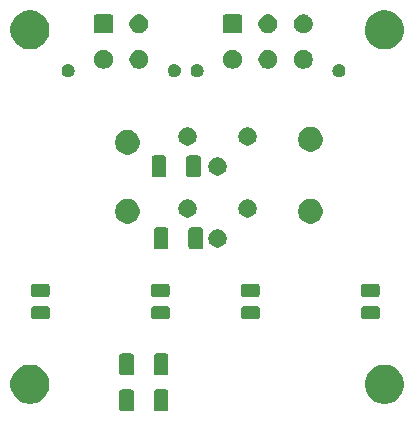
<source format=gbr>
G04 #@! TF.GenerationSoftware,KiCad,Pcbnew,(5.1.6)-1*
G04 #@! TF.CreationDate,2021-06-24T15:17:58+10:00*
G04 #@! TF.ProjectId,BSPD,42535044-2e6b-4696-9361-645f70636258,rev?*
G04 #@! TF.SameCoordinates,Original*
G04 #@! TF.FileFunction,Soldermask,Bot*
G04 #@! TF.FilePolarity,Negative*
%FSLAX46Y46*%
G04 Gerber Fmt 4.6, Leading zero omitted, Abs format (unit mm)*
G04 Created by KiCad (PCBNEW (5.1.6)-1) date 2021-06-24 15:17:58*
%MOMM*%
%LPD*%
G01*
G04 APERTURE LIST*
%ADD10C,0.100000*%
G04 APERTURE END LIST*
D10*
G36*
X90939307Y-107282498D02*
G01*
X90977318Y-107294029D01*
X91012342Y-107312749D01*
X91043049Y-107337951D01*
X91068251Y-107368658D01*
X91086971Y-107403682D01*
X91098502Y-107441693D01*
X91103000Y-107487363D01*
X91103000Y-108920637D01*
X91098502Y-108966307D01*
X91086971Y-109004318D01*
X91068251Y-109039342D01*
X91043049Y-109070049D01*
X91012342Y-109095251D01*
X90977318Y-109113971D01*
X90939307Y-109125502D01*
X90893637Y-109130000D01*
X90085363Y-109130000D01*
X90039693Y-109125502D01*
X90001682Y-109113971D01*
X89966658Y-109095251D01*
X89935951Y-109070049D01*
X89910749Y-109039342D01*
X89892029Y-109004318D01*
X89880498Y-108966307D01*
X89876000Y-108920637D01*
X89876000Y-107487363D01*
X89880498Y-107441693D01*
X89892029Y-107403682D01*
X89910749Y-107368658D01*
X89935951Y-107337951D01*
X89966658Y-107312749D01*
X90001682Y-107294029D01*
X90039693Y-107282498D01*
X90085363Y-107278000D01*
X90893637Y-107278000D01*
X90939307Y-107282498D01*
G37*
G36*
X88014307Y-107282498D02*
G01*
X88052318Y-107294029D01*
X88087342Y-107312749D01*
X88118049Y-107337951D01*
X88143251Y-107368658D01*
X88161971Y-107403682D01*
X88173502Y-107441693D01*
X88178000Y-107487363D01*
X88178000Y-108920637D01*
X88173502Y-108966307D01*
X88161971Y-109004318D01*
X88143251Y-109039342D01*
X88118049Y-109070049D01*
X88087342Y-109095251D01*
X88052318Y-109113971D01*
X88014307Y-109125502D01*
X87968637Y-109130000D01*
X87160363Y-109130000D01*
X87114693Y-109125502D01*
X87076682Y-109113971D01*
X87041658Y-109095251D01*
X87010951Y-109070049D01*
X86985749Y-109039342D01*
X86967029Y-109004318D01*
X86955498Y-108966307D01*
X86951000Y-108920637D01*
X86951000Y-107487363D01*
X86955498Y-107441693D01*
X86967029Y-107403682D01*
X86985749Y-107368658D01*
X87010951Y-107337951D01*
X87041658Y-107312749D01*
X87076682Y-107294029D01*
X87114693Y-107282498D01*
X87160363Y-107278000D01*
X87968637Y-107278000D01*
X88014307Y-107282498D01*
G37*
G36*
X79750256Y-105226298D02*
G01*
X79856579Y-105247447D01*
X80157042Y-105371903D01*
X80427451Y-105552585D01*
X80657415Y-105782549D01*
X80838097Y-106052958D01*
X80838098Y-106052960D01*
X80850127Y-106082000D01*
X80962553Y-106353421D01*
X81026000Y-106672391D01*
X81026000Y-106997609D01*
X80962553Y-107316579D01*
X80838097Y-107617042D01*
X80657415Y-107887451D01*
X80427451Y-108117415D01*
X80157042Y-108298097D01*
X79856579Y-108422553D01*
X79750256Y-108443702D01*
X79537611Y-108486000D01*
X79212389Y-108486000D01*
X78999744Y-108443702D01*
X78893421Y-108422553D01*
X78592958Y-108298097D01*
X78322549Y-108117415D01*
X78092585Y-107887451D01*
X77911903Y-107617042D01*
X77787447Y-107316579D01*
X77724000Y-106997609D01*
X77724000Y-106672391D01*
X77787447Y-106353421D01*
X77899873Y-106082000D01*
X77911902Y-106052960D01*
X77911903Y-106052958D01*
X78092585Y-105782549D01*
X78322549Y-105552585D01*
X78592958Y-105371903D01*
X78893421Y-105247447D01*
X78999744Y-105226298D01*
X79212389Y-105184000D01*
X79537611Y-105184000D01*
X79750256Y-105226298D01*
G37*
G36*
X109750256Y-105226298D02*
G01*
X109856579Y-105247447D01*
X110157042Y-105371903D01*
X110427451Y-105552585D01*
X110657415Y-105782549D01*
X110838097Y-106052958D01*
X110838098Y-106052960D01*
X110850127Y-106082000D01*
X110962553Y-106353421D01*
X111026000Y-106672391D01*
X111026000Y-106997609D01*
X110962553Y-107316579D01*
X110838097Y-107617042D01*
X110657415Y-107887451D01*
X110427451Y-108117415D01*
X110157042Y-108298097D01*
X109856579Y-108422553D01*
X109750256Y-108443702D01*
X109537611Y-108486000D01*
X109212389Y-108486000D01*
X108999744Y-108443702D01*
X108893421Y-108422553D01*
X108592958Y-108298097D01*
X108322549Y-108117415D01*
X108092585Y-107887451D01*
X107911903Y-107617042D01*
X107787447Y-107316579D01*
X107724000Y-106997609D01*
X107724000Y-106672391D01*
X107787447Y-106353421D01*
X107899873Y-106082000D01*
X107911902Y-106052960D01*
X107911903Y-106052958D01*
X108092585Y-105782549D01*
X108322549Y-105552585D01*
X108592958Y-105371903D01*
X108893421Y-105247447D01*
X108999744Y-105226298D01*
X109212389Y-105184000D01*
X109537611Y-105184000D01*
X109750256Y-105226298D01*
G37*
G36*
X88014307Y-104234498D02*
G01*
X88052318Y-104246029D01*
X88087342Y-104264749D01*
X88118049Y-104289951D01*
X88143251Y-104320658D01*
X88161971Y-104355682D01*
X88173502Y-104393693D01*
X88178000Y-104439363D01*
X88178000Y-105872637D01*
X88173502Y-105918307D01*
X88161971Y-105956318D01*
X88143251Y-105991342D01*
X88118049Y-106022049D01*
X88087342Y-106047251D01*
X88052318Y-106065971D01*
X88014307Y-106077502D01*
X87968637Y-106082000D01*
X87160363Y-106082000D01*
X87114693Y-106077502D01*
X87076682Y-106065971D01*
X87041658Y-106047251D01*
X87010951Y-106022049D01*
X86985749Y-105991342D01*
X86967029Y-105956318D01*
X86955498Y-105918307D01*
X86951000Y-105872637D01*
X86951000Y-104439363D01*
X86955498Y-104393693D01*
X86967029Y-104355682D01*
X86985749Y-104320658D01*
X87010951Y-104289951D01*
X87041658Y-104264749D01*
X87076682Y-104246029D01*
X87114693Y-104234498D01*
X87160363Y-104230000D01*
X87968637Y-104230000D01*
X88014307Y-104234498D01*
G37*
G36*
X90939307Y-104234498D02*
G01*
X90977318Y-104246029D01*
X91012342Y-104264749D01*
X91043049Y-104289951D01*
X91068251Y-104320658D01*
X91086971Y-104355682D01*
X91098502Y-104393693D01*
X91103000Y-104439363D01*
X91103000Y-105872637D01*
X91098502Y-105918307D01*
X91086971Y-105956318D01*
X91068251Y-105991342D01*
X91043049Y-106022049D01*
X91012342Y-106047251D01*
X90977318Y-106065971D01*
X90939307Y-106077502D01*
X90893637Y-106082000D01*
X90085363Y-106082000D01*
X90039693Y-106077502D01*
X90001682Y-106065971D01*
X89966658Y-106047251D01*
X89935951Y-106022049D01*
X89910749Y-105991342D01*
X89892029Y-105956318D01*
X89880498Y-105918307D01*
X89876000Y-105872637D01*
X89876000Y-104439363D01*
X89880498Y-104393693D01*
X89892029Y-104355682D01*
X89910749Y-104320658D01*
X89935951Y-104289951D01*
X89966658Y-104264749D01*
X90001682Y-104246029D01*
X90039693Y-104234498D01*
X90085363Y-104230000D01*
X90893637Y-104230000D01*
X90939307Y-104234498D01*
G37*
G36*
X91028434Y-100225686D02*
G01*
X91068284Y-100237774D01*
X91104999Y-100257399D01*
X91137186Y-100283814D01*
X91163601Y-100316001D01*
X91183226Y-100352716D01*
X91195314Y-100392566D01*
X91200000Y-100440141D01*
X91200000Y-101103859D01*
X91195314Y-101151434D01*
X91183226Y-101191284D01*
X91163601Y-101227999D01*
X91137186Y-101260186D01*
X91104999Y-101286601D01*
X91068284Y-101306226D01*
X91028434Y-101318314D01*
X90980859Y-101323000D01*
X89867141Y-101323000D01*
X89819566Y-101318314D01*
X89779716Y-101306226D01*
X89743001Y-101286601D01*
X89710814Y-101260186D01*
X89684399Y-101227999D01*
X89664774Y-101191284D01*
X89652686Y-101151434D01*
X89648000Y-101103859D01*
X89648000Y-100440141D01*
X89652686Y-100392566D01*
X89664774Y-100352716D01*
X89684399Y-100316001D01*
X89710814Y-100283814D01*
X89743001Y-100257399D01*
X89779716Y-100237774D01*
X89819566Y-100225686D01*
X89867141Y-100221000D01*
X90980859Y-100221000D01*
X91028434Y-100225686D01*
G37*
G36*
X80868434Y-100225686D02*
G01*
X80908284Y-100237774D01*
X80944999Y-100257399D01*
X80977186Y-100283814D01*
X81003601Y-100316001D01*
X81023226Y-100352716D01*
X81035314Y-100392566D01*
X81040000Y-100440141D01*
X81040000Y-101103859D01*
X81035314Y-101151434D01*
X81023226Y-101191284D01*
X81003601Y-101227999D01*
X80977186Y-101260186D01*
X80944999Y-101286601D01*
X80908284Y-101306226D01*
X80868434Y-101318314D01*
X80820859Y-101323000D01*
X79707141Y-101323000D01*
X79659566Y-101318314D01*
X79619716Y-101306226D01*
X79583001Y-101286601D01*
X79550814Y-101260186D01*
X79524399Y-101227999D01*
X79504774Y-101191284D01*
X79492686Y-101151434D01*
X79488000Y-101103859D01*
X79488000Y-100440141D01*
X79492686Y-100392566D01*
X79504774Y-100352716D01*
X79524399Y-100316001D01*
X79550814Y-100283814D01*
X79583001Y-100257399D01*
X79619716Y-100237774D01*
X79659566Y-100225686D01*
X79707141Y-100221000D01*
X80820859Y-100221000D01*
X80868434Y-100225686D01*
G37*
G36*
X108808434Y-100225686D02*
G01*
X108848284Y-100237774D01*
X108884999Y-100257399D01*
X108917186Y-100283814D01*
X108943601Y-100316001D01*
X108963226Y-100352716D01*
X108975314Y-100392566D01*
X108980000Y-100440141D01*
X108980000Y-101103859D01*
X108975314Y-101151434D01*
X108963226Y-101191284D01*
X108943601Y-101227999D01*
X108917186Y-101260186D01*
X108884999Y-101286601D01*
X108848284Y-101306226D01*
X108808434Y-101318314D01*
X108760859Y-101323000D01*
X107647141Y-101323000D01*
X107599566Y-101318314D01*
X107559716Y-101306226D01*
X107523001Y-101286601D01*
X107490814Y-101260186D01*
X107464399Y-101227999D01*
X107444774Y-101191284D01*
X107432686Y-101151434D01*
X107428000Y-101103859D01*
X107428000Y-100440141D01*
X107432686Y-100392566D01*
X107444774Y-100352716D01*
X107464399Y-100316001D01*
X107490814Y-100283814D01*
X107523001Y-100257399D01*
X107559716Y-100237774D01*
X107599566Y-100225686D01*
X107647141Y-100221000D01*
X108760859Y-100221000D01*
X108808434Y-100225686D01*
G37*
G36*
X98648434Y-100225686D02*
G01*
X98688284Y-100237774D01*
X98724999Y-100257399D01*
X98757186Y-100283814D01*
X98783601Y-100316001D01*
X98803226Y-100352716D01*
X98815314Y-100392566D01*
X98820000Y-100440141D01*
X98820000Y-101103859D01*
X98815314Y-101151434D01*
X98803226Y-101191284D01*
X98783601Y-101227999D01*
X98757186Y-101260186D01*
X98724999Y-101286601D01*
X98688284Y-101306226D01*
X98648434Y-101318314D01*
X98600859Y-101323000D01*
X97487141Y-101323000D01*
X97439566Y-101318314D01*
X97399716Y-101306226D01*
X97363001Y-101286601D01*
X97330814Y-101260186D01*
X97304399Y-101227999D01*
X97284774Y-101191284D01*
X97272686Y-101151434D01*
X97268000Y-101103859D01*
X97268000Y-100440141D01*
X97272686Y-100392566D01*
X97284774Y-100352716D01*
X97304399Y-100316001D01*
X97330814Y-100283814D01*
X97363001Y-100257399D01*
X97399716Y-100237774D01*
X97439566Y-100225686D01*
X97487141Y-100221000D01*
X98600859Y-100221000D01*
X98648434Y-100225686D01*
G37*
G36*
X98648434Y-98325686D02*
G01*
X98688284Y-98337774D01*
X98724999Y-98357399D01*
X98757186Y-98383814D01*
X98783601Y-98416001D01*
X98803226Y-98452716D01*
X98815314Y-98492566D01*
X98820000Y-98540141D01*
X98820000Y-99203859D01*
X98815314Y-99251434D01*
X98803226Y-99291284D01*
X98783601Y-99327999D01*
X98757186Y-99360186D01*
X98724999Y-99386601D01*
X98688284Y-99406226D01*
X98648434Y-99418314D01*
X98600859Y-99423000D01*
X97487141Y-99423000D01*
X97439566Y-99418314D01*
X97399716Y-99406226D01*
X97363001Y-99386601D01*
X97330814Y-99360186D01*
X97304399Y-99327999D01*
X97284774Y-99291284D01*
X97272686Y-99251434D01*
X97268000Y-99203859D01*
X97268000Y-98540141D01*
X97272686Y-98492566D01*
X97284774Y-98452716D01*
X97304399Y-98416001D01*
X97330814Y-98383814D01*
X97363001Y-98357399D01*
X97399716Y-98337774D01*
X97439566Y-98325686D01*
X97487141Y-98321000D01*
X98600859Y-98321000D01*
X98648434Y-98325686D01*
G37*
G36*
X108808434Y-98325686D02*
G01*
X108848284Y-98337774D01*
X108884999Y-98357399D01*
X108917186Y-98383814D01*
X108943601Y-98416001D01*
X108963226Y-98452716D01*
X108975314Y-98492566D01*
X108980000Y-98540141D01*
X108980000Y-99203859D01*
X108975314Y-99251434D01*
X108963226Y-99291284D01*
X108943601Y-99327999D01*
X108917186Y-99360186D01*
X108884999Y-99386601D01*
X108848284Y-99406226D01*
X108808434Y-99418314D01*
X108760859Y-99423000D01*
X107647141Y-99423000D01*
X107599566Y-99418314D01*
X107559716Y-99406226D01*
X107523001Y-99386601D01*
X107490814Y-99360186D01*
X107464399Y-99327999D01*
X107444774Y-99291284D01*
X107432686Y-99251434D01*
X107428000Y-99203859D01*
X107428000Y-98540141D01*
X107432686Y-98492566D01*
X107444774Y-98452716D01*
X107464399Y-98416001D01*
X107490814Y-98383814D01*
X107523001Y-98357399D01*
X107559716Y-98337774D01*
X107599566Y-98325686D01*
X107647141Y-98321000D01*
X108760859Y-98321000D01*
X108808434Y-98325686D01*
G37*
G36*
X80868434Y-98325686D02*
G01*
X80908284Y-98337774D01*
X80944999Y-98357399D01*
X80977186Y-98383814D01*
X81003601Y-98416001D01*
X81023226Y-98452716D01*
X81035314Y-98492566D01*
X81040000Y-98540141D01*
X81040000Y-99203859D01*
X81035314Y-99251434D01*
X81023226Y-99291284D01*
X81003601Y-99327999D01*
X80977186Y-99360186D01*
X80944999Y-99386601D01*
X80908284Y-99406226D01*
X80868434Y-99418314D01*
X80820859Y-99423000D01*
X79707141Y-99423000D01*
X79659566Y-99418314D01*
X79619716Y-99406226D01*
X79583001Y-99386601D01*
X79550814Y-99360186D01*
X79524399Y-99327999D01*
X79504774Y-99291284D01*
X79492686Y-99251434D01*
X79488000Y-99203859D01*
X79488000Y-98540141D01*
X79492686Y-98492566D01*
X79504774Y-98452716D01*
X79524399Y-98416001D01*
X79550814Y-98383814D01*
X79583001Y-98357399D01*
X79619716Y-98337774D01*
X79659566Y-98325686D01*
X79707141Y-98321000D01*
X80820859Y-98321000D01*
X80868434Y-98325686D01*
G37*
G36*
X91028434Y-98325686D02*
G01*
X91068284Y-98337774D01*
X91104999Y-98357399D01*
X91137186Y-98383814D01*
X91163601Y-98416001D01*
X91183226Y-98452716D01*
X91195314Y-98492566D01*
X91200000Y-98540141D01*
X91200000Y-99203859D01*
X91195314Y-99251434D01*
X91183226Y-99291284D01*
X91163601Y-99327999D01*
X91137186Y-99360186D01*
X91104999Y-99386601D01*
X91068284Y-99406226D01*
X91028434Y-99418314D01*
X90980859Y-99423000D01*
X89867141Y-99423000D01*
X89819566Y-99418314D01*
X89779716Y-99406226D01*
X89743001Y-99386601D01*
X89710814Y-99360186D01*
X89684399Y-99327999D01*
X89664774Y-99291284D01*
X89652686Y-99251434D01*
X89648000Y-99203859D01*
X89648000Y-98540141D01*
X89652686Y-98492566D01*
X89664774Y-98452716D01*
X89684399Y-98416001D01*
X89710814Y-98383814D01*
X89743001Y-98357399D01*
X89779716Y-98337774D01*
X89819566Y-98325686D01*
X89867141Y-98321000D01*
X90980859Y-98321000D01*
X91028434Y-98325686D01*
G37*
G36*
X90935307Y-93566498D02*
G01*
X90973318Y-93578029D01*
X91008342Y-93596749D01*
X91039049Y-93621951D01*
X91064251Y-93652658D01*
X91082971Y-93687682D01*
X91094502Y-93725693D01*
X91099000Y-93771363D01*
X91099000Y-95204637D01*
X91094502Y-95250307D01*
X91082971Y-95288318D01*
X91064251Y-95323342D01*
X91039049Y-95354049D01*
X91008342Y-95379251D01*
X90973318Y-95397971D01*
X90935307Y-95409502D01*
X90889637Y-95414000D01*
X90081363Y-95414000D01*
X90035693Y-95409502D01*
X89997682Y-95397971D01*
X89962658Y-95379251D01*
X89931951Y-95354049D01*
X89906749Y-95323342D01*
X89888029Y-95288318D01*
X89876498Y-95250307D01*
X89872000Y-95204637D01*
X89872000Y-93771363D01*
X89876498Y-93725693D01*
X89888029Y-93687682D01*
X89906749Y-93652658D01*
X89931951Y-93621951D01*
X89962658Y-93596749D01*
X89997682Y-93578029D01*
X90035693Y-93566498D01*
X90081363Y-93562000D01*
X90889637Y-93562000D01*
X90935307Y-93566498D01*
G37*
G36*
X93860307Y-93566498D02*
G01*
X93898318Y-93578029D01*
X93933342Y-93596749D01*
X93964049Y-93621951D01*
X93989251Y-93652658D01*
X94007971Y-93687682D01*
X94019502Y-93725693D01*
X94024000Y-93771363D01*
X94024000Y-95204637D01*
X94019502Y-95250307D01*
X94007971Y-95288318D01*
X93989251Y-95323342D01*
X93964049Y-95354049D01*
X93933342Y-95379251D01*
X93898318Y-95397971D01*
X93860307Y-95409502D01*
X93814637Y-95414000D01*
X93006363Y-95414000D01*
X92960693Y-95409502D01*
X92922682Y-95397971D01*
X92887658Y-95379251D01*
X92856951Y-95354049D01*
X92831749Y-95323342D01*
X92813029Y-95288318D01*
X92801498Y-95250307D01*
X92797000Y-95204637D01*
X92797000Y-93771363D01*
X92801498Y-93725693D01*
X92813029Y-93687682D01*
X92831749Y-93652658D01*
X92856951Y-93621951D01*
X92887658Y-93596749D01*
X92922682Y-93578029D01*
X92960693Y-93566498D01*
X93006363Y-93562000D01*
X93814637Y-93562000D01*
X93860307Y-93566498D01*
G37*
G36*
X95369640Y-93725693D02*
G01*
X95474893Y-93746629D01*
X95615206Y-93804748D01*
X95741484Y-93889125D01*
X95848875Y-93996516D01*
X95933252Y-94122794D01*
X95991371Y-94263107D01*
X96021000Y-94412063D01*
X96021000Y-94563937D01*
X95991371Y-94712893D01*
X95933252Y-94853206D01*
X95848875Y-94979484D01*
X95741484Y-95086875D01*
X95615206Y-95171252D01*
X95474893Y-95229371D01*
X95375589Y-95249124D01*
X95325938Y-95259000D01*
X95174062Y-95259000D01*
X95124411Y-95249124D01*
X95025107Y-95229371D01*
X94884794Y-95171252D01*
X94758516Y-95086875D01*
X94651125Y-94979484D01*
X94566748Y-94853206D01*
X94508629Y-94712893D01*
X94479000Y-94563937D01*
X94479000Y-94412063D01*
X94508629Y-94263107D01*
X94566748Y-94122794D01*
X94651125Y-93996516D01*
X94758516Y-93889125D01*
X94884794Y-93804748D01*
X95025107Y-93746629D01*
X95130360Y-93725693D01*
X95174062Y-93717000D01*
X95325938Y-93717000D01*
X95369640Y-93725693D01*
G37*
G36*
X87936564Y-91191389D02*
G01*
X88127833Y-91270615D01*
X88127835Y-91270616D01*
X88245332Y-91349125D01*
X88299973Y-91385635D01*
X88446365Y-91532027D01*
X88561385Y-91704167D01*
X88640611Y-91895436D01*
X88681000Y-92098484D01*
X88681000Y-92305516D01*
X88640611Y-92508564D01*
X88624742Y-92546875D01*
X88561384Y-92699835D01*
X88446365Y-92871973D01*
X88299973Y-93018365D01*
X88127835Y-93133384D01*
X88127834Y-93133385D01*
X88127833Y-93133385D01*
X87936564Y-93212611D01*
X87733516Y-93253000D01*
X87526484Y-93253000D01*
X87323436Y-93212611D01*
X87132167Y-93133385D01*
X87132166Y-93133385D01*
X87132165Y-93133384D01*
X86960027Y-93018365D01*
X86813635Y-92871973D01*
X86698616Y-92699835D01*
X86635258Y-92546875D01*
X86619389Y-92508564D01*
X86579000Y-92305516D01*
X86579000Y-92098484D01*
X86619389Y-91895436D01*
X86698615Y-91704167D01*
X86813635Y-91532027D01*
X86960027Y-91385635D01*
X87014668Y-91349125D01*
X87132165Y-91270616D01*
X87132167Y-91270615D01*
X87323436Y-91191389D01*
X87526484Y-91151000D01*
X87733516Y-91151000D01*
X87936564Y-91191389D01*
G37*
G36*
X103430564Y-91191389D02*
G01*
X103621833Y-91270615D01*
X103621835Y-91270616D01*
X103739332Y-91349125D01*
X103793973Y-91385635D01*
X103940365Y-91532027D01*
X104055385Y-91704167D01*
X104134611Y-91895436D01*
X104175000Y-92098484D01*
X104175000Y-92305516D01*
X104134611Y-92508564D01*
X104118742Y-92546875D01*
X104055384Y-92699835D01*
X103940365Y-92871973D01*
X103793973Y-93018365D01*
X103621835Y-93133384D01*
X103621834Y-93133385D01*
X103621833Y-93133385D01*
X103430564Y-93212611D01*
X103227516Y-93253000D01*
X103020484Y-93253000D01*
X102817436Y-93212611D01*
X102626167Y-93133385D01*
X102626166Y-93133385D01*
X102626165Y-93133384D01*
X102454027Y-93018365D01*
X102307635Y-92871973D01*
X102192616Y-92699835D01*
X102129258Y-92546875D01*
X102113389Y-92508564D01*
X102073000Y-92305516D01*
X102073000Y-92098484D01*
X102113389Y-91895436D01*
X102192615Y-91704167D01*
X102307635Y-91532027D01*
X102454027Y-91385635D01*
X102508668Y-91349125D01*
X102626165Y-91270616D01*
X102626167Y-91270615D01*
X102817436Y-91191389D01*
X103020484Y-91151000D01*
X103227516Y-91151000D01*
X103430564Y-91191389D01*
G37*
G36*
X97915589Y-91186876D02*
G01*
X98014893Y-91206629D01*
X98155206Y-91264748D01*
X98281484Y-91349125D01*
X98388875Y-91456516D01*
X98473252Y-91582794D01*
X98531371Y-91723107D01*
X98561000Y-91872063D01*
X98561000Y-92023937D01*
X98531371Y-92172893D01*
X98473252Y-92313206D01*
X98388875Y-92439484D01*
X98281484Y-92546875D01*
X98155206Y-92631252D01*
X98014893Y-92689371D01*
X97915589Y-92709124D01*
X97865938Y-92719000D01*
X97714062Y-92719000D01*
X97664411Y-92709124D01*
X97565107Y-92689371D01*
X97424794Y-92631252D01*
X97298516Y-92546875D01*
X97191125Y-92439484D01*
X97106748Y-92313206D01*
X97048629Y-92172893D01*
X97019000Y-92023937D01*
X97019000Y-91872063D01*
X97048629Y-91723107D01*
X97106748Y-91582794D01*
X97191125Y-91456516D01*
X97298516Y-91349125D01*
X97424794Y-91264748D01*
X97565107Y-91206629D01*
X97664411Y-91186876D01*
X97714062Y-91177000D01*
X97865938Y-91177000D01*
X97915589Y-91186876D01*
G37*
G36*
X92835589Y-91186876D02*
G01*
X92934893Y-91206629D01*
X93075206Y-91264748D01*
X93201484Y-91349125D01*
X93308875Y-91456516D01*
X93393252Y-91582794D01*
X93451371Y-91723107D01*
X93481000Y-91872063D01*
X93481000Y-92023937D01*
X93451371Y-92172893D01*
X93393252Y-92313206D01*
X93308875Y-92439484D01*
X93201484Y-92546875D01*
X93075206Y-92631252D01*
X92934893Y-92689371D01*
X92835589Y-92709124D01*
X92785938Y-92719000D01*
X92634062Y-92719000D01*
X92584411Y-92709124D01*
X92485107Y-92689371D01*
X92344794Y-92631252D01*
X92218516Y-92546875D01*
X92111125Y-92439484D01*
X92026748Y-92313206D01*
X91968629Y-92172893D01*
X91939000Y-92023937D01*
X91939000Y-91872063D01*
X91968629Y-91723107D01*
X92026748Y-91582794D01*
X92111125Y-91456516D01*
X92218516Y-91349125D01*
X92344794Y-91264748D01*
X92485107Y-91206629D01*
X92584411Y-91186876D01*
X92634062Y-91177000D01*
X92785938Y-91177000D01*
X92835589Y-91186876D01*
G37*
G36*
X90742807Y-87470498D02*
G01*
X90780818Y-87482029D01*
X90815842Y-87500749D01*
X90846549Y-87525951D01*
X90871751Y-87556658D01*
X90890471Y-87591682D01*
X90902002Y-87629693D01*
X90906500Y-87675363D01*
X90906500Y-89108637D01*
X90902002Y-89154307D01*
X90890471Y-89192318D01*
X90871751Y-89227342D01*
X90846549Y-89258049D01*
X90815842Y-89283251D01*
X90780818Y-89301971D01*
X90742807Y-89313502D01*
X90697137Y-89318000D01*
X89888863Y-89318000D01*
X89843193Y-89313502D01*
X89805182Y-89301971D01*
X89770158Y-89283251D01*
X89739451Y-89258049D01*
X89714249Y-89227342D01*
X89695529Y-89192318D01*
X89683998Y-89154307D01*
X89679500Y-89108637D01*
X89679500Y-87675363D01*
X89683998Y-87629693D01*
X89695529Y-87591682D01*
X89714249Y-87556658D01*
X89739451Y-87525951D01*
X89770158Y-87500749D01*
X89805182Y-87482029D01*
X89843193Y-87470498D01*
X89888863Y-87466000D01*
X90697137Y-87466000D01*
X90742807Y-87470498D01*
G37*
G36*
X93667807Y-87470498D02*
G01*
X93705818Y-87482029D01*
X93740842Y-87500749D01*
X93771549Y-87525951D01*
X93796751Y-87556658D01*
X93815471Y-87591682D01*
X93827002Y-87629693D01*
X93831500Y-87675363D01*
X93831500Y-89108637D01*
X93827002Y-89154307D01*
X93815471Y-89192318D01*
X93796751Y-89227342D01*
X93771549Y-89258049D01*
X93740842Y-89283251D01*
X93705818Y-89301971D01*
X93667807Y-89313502D01*
X93622137Y-89318000D01*
X92813863Y-89318000D01*
X92768193Y-89313502D01*
X92730182Y-89301971D01*
X92695158Y-89283251D01*
X92664451Y-89258049D01*
X92639249Y-89227342D01*
X92620529Y-89192318D01*
X92608998Y-89154307D01*
X92604500Y-89108637D01*
X92604500Y-87675363D01*
X92608998Y-87629693D01*
X92620529Y-87591682D01*
X92639249Y-87556658D01*
X92664451Y-87525951D01*
X92695158Y-87500749D01*
X92730182Y-87482029D01*
X92768193Y-87470498D01*
X92813863Y-87466000D01*
X93622137Y-87466000D01*
X93667807Y-87470498D01*
G37*
G36*
X95369640Y-87629693D02*
G01*
X95474893Y-87650629D01*
X95615206Y-87708748D01*
X95741484Y-87793125D01*
X95848875Y-87900516D01*
X95933252Y-88026794D01*
X95991371Y-88167107D01*
X96021000Y-88316063D01*
X96021000Y-88467937D01*
X95991371Y-88616893D01*
X95933252Y-88757206D01*
X95848875Y-88883484D01*
X95741484Y-88990875D01*
X95615206Y-89075252D01*
X95474893Y-89133371D01*
X95375589Y-89153124D01*
X95325938Y-89163000D01*
X95174062Y-89163000D01*
X95124411Y-89153124D01*
X95025107Y-89133371D01*
X94884794Y-89075252D01*
X94758516Y-88990875D01*
X94651125Y-88883484D01*
X94566748Y-88757206D01*
X94508629Y-88616893D01*
X94479000Y-88467937D01*
X94479000Y-88316063D01*
X94508629Y-88167107D01*
X94566748Y-88026794D01*
X94651125Y-87900516D01*
X94758516Y-87793125D01*
X94884794Y-87708748D01*
X95025107Y-87650629D01*
X95130360Y-87629693D01*
X95174062Y-87621000D01*
X95325938Y-87621000D01*
X95369640Y-87629693D01*
G37*
G36*
X87936564Y-85349389D02*
G01*
X88127833Y-85428615D01*
X88127835Y-85428616D01*
X88138926Y-85436027D01*
X88299973Y-85543635D01*
X88446365Y-85690027D01*
X88561385Y-85862167D01*
X88640611Y-86053436D01*
X88681000Y-86256484D01*
X88681000Y-86463516D01*
X88640611Y-86666564D01*
X88595292Y-86775973D01*
X88561384Y-86857835D01*
X88446365Y-87029973D01*
X88299973Y-87176365D01*
X88127835Y-87291384D01*
X88127834Y-87291385D01*
X88127833Y-87291385D01*
X87936564Y-87370611D01*
X87733516Y-87411000D01*
X87526484Y-87411000D01*
X87323436Y-87370611D01*
X87132167Y-87291385D01*
X87132166Y-87291385D01*
X87132165Y-87291384D01*
X86960027Y-87176365D01*
X86813635Y-87029973D01*
X86698616Y-86857835D01*
X86664708Y-86775973D01*
X86619389Y-86666564D01*
X86579000Y-86463516D01*
X86579000Y-86256484D01*
X86619389Y-86053436D01*
X86698615Y-85862167D01*
X86813635Y-85690027D01*
X86960027Y-85543635D01*
X87121074Y-85436027D01*
X87132165Y-85428616D01*
X87132167Y-85428615D01*
X87323436Y-85349389D01*
X87526484Y-85309000D01*
X87733516Y-85309000D01*
X87936564Y-85349389D01*
G37*
G36*
X103430564Y-85095389D02*
G01*
X103621833Y-85174615D01*
X103621835Y-85174616D01*
X103739332Y-85253125D01*
X103793973Y-85289635D01*
X103940365Y-85436027D01*
X104055385Y-85608167D01*
X104134611Y-85799436D01*
X104175000Y-86002484D01*
X104175000Y-86209516D01*
X104134611Y-86412564D01*
X104113506Y-86463516D01*
X104055384Y-86603835D01*
X103940365Y-86775973D01*
X103793973Y-86922365D01*
X103621835Y-87037384D01*
X103621834Y-87037385D01*
X103621833Y-87037385D01*
X103430564Y-87116611D01*
X103227516Y-87157000D01*
X103020484Y-87157000D01*
X102817436Y-87116611D01*
X102626167Y-87037385D01*
X102626166Y-87037385D01*
X102626165Y-87037384D01*
X102454027Y-86922365D01*
X102307635Y-86775973D01*
X102192616Y-86603835D01*
X102134494Y-86463516D01*
X102113389Y-86412564D01*
X102073000Y-86209516D01*
X102073000Y-86002484D01*
X102113389Y-85799436D01*
X102192615Y-85608167D01*
X102307635Y-85436027D01*
X102454027Y-85289635D01*
X102508668Y-85253125D01*
X102626165Y-85174616D01*
X102626167Y-85174615D01*
X102817436Y-85095389D01*
X103020484Y-85055000D01*
X103227516Y-85055000D01*
X103430564Y-85095389D01*
G37*
G36*
X97915589Y-85090876D02*
G01*
X98014893Y-85110629D01*
X98155206Y-85168748D01*
X98281484Y-85253125D01*
X98388875Y-85360516D01*
X98473252Y-85486794D01*
X98531371Y-85627107D01*
X98561000Y-85776063D01*
X98561000Y-85927937D01*
X98531371Y-86076893D01*
X98473252Y-86217206D01*
X98388875Y-86343484D01*
X98281484Y-86450875D01*
X98155206Y-86535252D01*
X98014893Y-86593371D01*
X97915589Y-86613124D01*
X97865938Y-86623000D01*
X97714062Y-86623000D01*
X97664411Y-86613124D01*
X97565107Y-86593371D01*
X97424794Y-86535252D01*
X97298516Y-86450875D01*
X97191125Y-86343484D01*
X97106748Y-86217206D01*
X97048629Y-86076893D01*
X97019000Y-85927937D01*
X97019000Y-85776063D01*
X97048629Y-85627107D01*
X97106748Y-85486794D01*
X97191125Y-85360516D01*
X97298516Y-85253125D01*
X97424794Y-85168748D01*
X97565107Y-85110629D01*
X97664411Y-85090876D01*
X97714062Y-85081000D01*
X97865938Y-85081000D01*
X97915589Y-85090876D01*
G37*
G36*
X92835589Y-85090876D02*
G01*
X92934893Y-85110629D01*
X93075206Y-85168748D01*
X93201484Y-85253125D01*
X93308875Y-85360516D01*
X93393252Y-85486794D01*
X93451371Y-85627107D01*
X93481000Y-85776063D01*
X93481000Y-85927937D01*
X93451371Y-86076893D01*
X93393252Y-86217206D01*
X93308875Y-86343484D01*
X93201484Y-86450875D01*
X93075206Y-86535252D01*
X92934893Y-86593371D01*
X92835589Y-86613124D01*
X92785938Y-86623000D01*
X92634062Y-86623000D01*
X92584411Y-86613124D01*
X92485107Y-86593371D01*
X92344794Y-86535252D01*
X92218516Y-86450875D01*
X92111125Y-86343484D01*
X92026748Y-86217206D01*
X91968629Y-86076893D01*
X91939000Y-85927937D01*
X91939000Y-85776063D01*
X91968629Y-85627107D01*
X92026748Y-85486794D01*
X92111125Y-85360516D01*
X92218516Y-85253125D01*
X92344794Y-85168748D01*
X92485107Y-85110629D01*
X92584411Y-85090876D01*
X92634062Y-85081000D01*
X92785938Y-85081000D01*
X92835589Y-85090876D01*
G37*
G36*
X93680721Y-79737174D02*
G01*
X93780995Y-79778709D01*
X93780996Y-79778710D01*
X93871242Y-79839010D01*
X93947990Y-79915758D01*
X93947991Y-79915760D01*
X94008291Y-80006005D01*
X94049826Y-80106279D01*
X94071000Y-80212730D01*
X94071000Y-80321270D01*
X94049826Y-80427721D01*
X94008291Y-80527995D01*
X94008290Y-80527996D01*
X93947990Y-80618242D01*
X93871242Y-80694990D01*
X93825812Y-80725345D01*
X93780995Y-80755291D01*
X93680721Y-80796826D01*
X93574270Y-80818000D01*
X93465730Y-80818000D01*
X93359279Y-80796826D01*
X93259005Y-80755291D01*
X93214188Y-80725345D01*
X93168758Y-80694990D01*
X93092010Y-80618242D01*
X93031710Y-80527996D01*
X93031709Y-80527995D01*
X92990174Y-80427721D01*
X92969000Y-80321270D01*
X92969000Y-80212730D01*
X92990174Y-80106279D01*
X93031709Y-80006005D01*
X93092009Y-79915760D01*
X93092010Y-79915758D01*
X93168758Y-79839010D01*
X93259004Y-79778710D01*
X93259005Y-79778709D01*
X93359279Y-79737174D01*
X93465730Y-79716000D01*
X93574270Y-79716000D01*
X93680721Y-79737174D01*
G37*
G36*
X105680721Y-79737174D02*
G01*
X105780995Y-79778709D01*
X105780996Y-79778710D01*
X105871242Y-79839010D01*
X105947990Y-79915758D01*
X105947991Y-79915760D01*
X106008291Y-80006005D01*
X106049826Y-80106279D01*
X106071000Y-80212730D01*
X106071000Y-80321270D01*
X106049826Y-80427721D01*
X106008291Y-80527995D01*
X106008290Y-80527996D01*
X105947990Y-80618242D01*
X105871242Y-80694990D01*
X105825812Y-80725345D01*
X105780995Y-80755291D01*
X105680721Y-80796826D01*
X105574270Y-80818000D01*
X105465730Y-80818000D01*
X105359279Y-80796826D01*
X105259005Y-80755291D01*
X105214188Y-80725345D01*
X105168758Y-80694990D01*
X105092010Y-80618242D01*
X105031710Y-80527996D01*
X105031709Y-80527995D01*
X104990174Y-80427721D01*
X104969000Y-80321270D01*
X104969000Y-80212730D01*
X104990174Y-80106279D01*
X105031709Y-80006005D01*
X105092009Y-79915760D01*
X105092010Y-79915758D01*
X105168758Y-79839010D01*
X105259004Y-79778710D01*
X105259005Y-79778709D01*
X105359279Y-79737174D01*
X105465730Y-79716000D01*
X105574270Y-79716000D01*
X105680721Y-79737174D01*
G37*
G36*
X91758721Y-79737174D02*
G01*
X91858995Y-79778709D01*
X91858996Y-79778710D01*
X91949242Y-79839010D01*
X92025990Y-79915758D01*
X92025991Y-79915760D01*
X92086291Y-80006005D01*
X92127826Y-80106279D01*
X92149000Y-80212730D01*
X92149000Y-80321270D01*
X92127826Y-80427721D01*
X92086291Y-80527995D01*
X92086290Y-80527996D01*
X92025990Y-80618242D01*
X91949242Y-80694990D01*
X91903812Y-80725345D01*
X91858995Y-80755291D01*
X91758721Y-80796826D01*
X91652270Y-80818000D01*
X91543730Y-80818000D01*
X91437279Y-80796826D01*
X91337005Y-80755291D01*
X91292188Y-80725345D01*
X91246758Y-80694990D01*
X91170010Y-80618242D01*
X91109710Y-80527996D01*
X91109709Y-80527995D01*
X91068174Y-80427721D01*
X91047000Y-80321270D01*
X91047000Y-80212730D01*
X91068174Y-80106279D01*
X91109709Y-80006005D01*
X91170009Y-79915760D01*
X91170010Y-79915758D01*
X91246758Y-79839010D01*
X91337004Y-79778710D01*
X91337005Y-79778709D01*
X91437279Y-79737174D01*
X91543730Y-79716000D01*
X91652270Y-79716000D01*
X91758721Y-79737174D01*
G37*
G36*
X82758721Y-79737174D02*
G01*
X82858995Y-79778709D01*
X82858996Y-79778710D01*
X82949242Y-79839010D01*
X83025990Y-79915758D01*
X83025991Y-79915760D01*
X83086291Y-80006005D01*
X83127826Y-80106279D01*
X83149000Y-80212730D01*
X83149000Y-80321270D01*
X83127826Y-80427721D01*
X83086291Y-80527995D01*
X83086290Y-80527996D01*
X83025990Y-80618242D01*
X82949242Y-80694990D01*
X82903812Y-80725345D01*
X82858995Y-80755291D01*
X82758721Y-80796826D01*
X82652270Y-80818000D01*
X82543730Y-80818000D01*
X82437279Y-80796826D01*
X82337005Y-80755291D01*
X82292188Y-80725345D01*
X82246758Y-80694990D01*
X82170010Y-80618242D01*
X82109710Y-80527996D01*
X82109709Y-80527995D01*
X82068174Y-80427721D01*
X82047000Y-80321270D01*
X82047000Y-80212730D01*
X82068174Y-80106279D01*
X82109709Y-80006005D01*
X82170009Y-79915760D01*
X82170010Y-79915758D01*
X82246758Y-79839010D01*
X82337004Y-79778710D01*
X82337005Y-79778709D01*
X82437279Y-79737174D01*
X82543730Y-79716000D01*
X82652270Y-79716000D01*
X82758721Y-79737174D01*
G37*
G36*
X99753642Y-78556781D02*
G01*
X99899414Y-78617162D01*
X99899416Y-78617163D01*
X100030608Y-78704822D01*
X100142178Y-78816392D01*
X100229837Y-78947584D01*
X100229838Y-78947586D01*
X100290219Y-79093358D01*
X100321000Y-79248107D01*
X100321000Y-79405893D01*
X100290219Y-79560642D01*
X100229838Y-79706414D01*
X100229837Y-79706416D01*
X100142178Y-79837608D01*
X100030608Y-79949178D01*
X99899416Y-80036837D01*
X99899415Y-80036838D01*
X99899414Y-80036838D01*
X99753642Y-80097219D01*
X99598893Y-80128000D01*
X99441107Y-80128000D01*
X99286358Y-80097219D01*
X99140586Y-80036838D01*
X99140585Y-80036838D01*
X99140584Y-80036837D01*
X99009392Y-79949178D01*
X98897822Y-79837608D01*
X98810163Y-79706416D01*
X98810162Y-79706414D01*
X98749781Y-79560642D01*
X98719000Y-79405893D01*
X98719000Y-79248107D01*
X98749781Y-79093358D01*
X98810162Y-78947586D01*
X98810163Y-78947584D01*
X98897822Y-78816392D01*
X99009392Y-78704822D01*
X99140584Y-78617163D01*
X99140586Y-78617162D01*
X99286358Y-78556781D01*
X99441107Y-78526000D01*
X99598893Y-78526000D01*
X99753642Y-78556781D01*
G37*
G36*
X85831642Y-78556781D02*
G01*
X85977414Y-78617162D01*
X85977416Y-78617163D01*
X86108608Y-78704822D01*
X86220178Y-78816392D01*
X86307837Y-78947584D01*
X86307838Y-78947586D01*
X86368219Y-79093358D01*
X86399000Y-79248107D01*
X86399000Y-79405893D01*
X86368219Y-79560642D01*
X86307838Y-79706414D01*
X86307837Y-79706416D01*
X86220178Y-79837608D01*
X86108608Y-79949178D01*
X85977416Y-80036837D01*
X85977415Y-80036838D01*
X85977414Y-80036838D01*
X85831642Y-80097219D01*
X85676893Y-80128000D01*
X85519107Y-80128000D01*
X85364358Y-80097219D01*
X85218586Y-80036838D01*
X85218585Y-80036838D01*
X85218584Y-80036837D01*
X85087392Y-79949178D01*
X84975822Y-79837608D01*
X84888163Y-79706416D01*
X84888162Y-79706414D01*
X84827781Y-79560642D01*
X84797000Y-79405893D01*
X84797000Y-79248107D01*
X84827781Y-79093358D01*
X84888162Y-78947586D01*
X84888163Y-78947584D01*
X84975822Y-78816392D01*
X85087392Y-78704822D01*
X85218584Y-78617163D01*
X85218586Y-78617162D01*
X85364358Y-78556781D01*
X85519107Y-78526000D01*
X85676893Y-78526000D01*
X85831642Y-78556781D01*
G37*
G36*
X88831642Y-78556781D02*
G01*
X88977414Y-78617162D01*
X88977416Y-78617163D01*
X89108608Y-78704822D01*
X89220178Y-78816392D01*
X89307837Y-78947584D01*
X89307838Y-78947586D01*
X89368219Y-79093358D01*
X89399000Y-79248107D01*
X89399000Y-79405893D01*
X89368219Y-79560642D01*
X89307838Y-79706414D01*
X89307837Y-79706416D01*
X89220178Y-79837608D01*
X89108608Y-79949178D01*
X88977416Y-80036837D01*
X88977415Y-80036838D01*
X88977414Y-80036838D01*
X88831642Y-80097219D01*
X88676893Y-80128000D01*
X88519107Y-80128000D01*
X88364358Y-80097219D01*
X88218586Y-80036838D01*
X88218585Y-80036838D01*
X88218584Y-80036837D01*
X88087392Y-79949178D01*
X87975822Y-79837608D01*
X87888163Y-79706416D01*
X87888162Y-79706414D01*
X87827781Y-79560642D01*
X87797000Y-79405893D01*
X87797000Y-79248107D01*
X87827781Y-79093358D01*
X87888162Y-78947586D01*
X87888163Y-78947584D01*
X87975822Y-78816392D01*
X88087392Y-78704822D01*
X88218584Y-78617163D01*
X88218586Y-78617162D01*
X88364358Y-78556781D01*
X88519107Y-78526000D01*
X88676893Y-78526000D01*
X88831642Y-78556781D01*
G37*
G36*
X96753642Y-78556781D02*
G01*
X96899414Y-78617162D01*
X96899416Y-78617163D01*
X97030608Y-78704822D01*
X97142178Y-78816392D01*
X97229837Y-78947584D01*
X97229838Y-78947586D01*
X97290219Y-79093358D01*
X97321000Y-79248107D01*
X97321000Y-79405893D01*
X97290219Y-79560642D01*
X97229838Y-79706414D01*
X97229837Y-79706416D01*
X97142178Y-79837608D01*
X97030608Y-79949178D01*
X96899416Y-80036837D01*
X96899415Y-80036838D01*
X96899414Y-80036838D01*
X96753642Y-80097219D01*
X96598893Y-80128000D01*
X96441107Y-80128000D01*
X96286358Y-80097219D01*
X96140586Y-80036838D01*
X96140585Y-80036838D01*
X96140584Y-80036837D01*
X96009392Y-79949178D01*
X95897822Y-79837608D01*
X95810163Y-79706416D01*
X95810162Y-79706414D01*
X95749781Y-79560642D01*
X95719000Y-79405893D01*
X95719000Y-79248107D01*
X95749781Y-79093358D01*
X95810162Y-78947586D01*
X95810163Y-78947584D01*
X95897822Y-78816392D01*
X96009392Y-78704822D01*
X96140584Y-78617163D01*
X96140586Y-78617162D01*
X96286358Y-78556781D01*
X96441107Y-78526000D01*
X96598893Y-78526000D01*
X96753642Y-78556781D01*
G37*
G36*
X102753642Y-78556781D02*
G01*
X102899414Y-78617162D01*
X102899416Y-78617163D01*
X103030608Y-78704822D01*
X103142178Y-78816392D01*
X103229837Y-78947584D01*
X103229838Y-78947586D01*
X103290219Y-79093358D01*
X103321000Y-79248107D01*
X103321000Y-79405893D01*
X103290219Y-79560642D01*
X103229838Y-79706414D01*
X103229837Y-79706416D01*
X103142178Y-79837608D01*
X103030608Y-79949178D01*
X102899416Y-80036837D01*
X102899415Y-80036838D01*
X102899414Y-80036838D01*
X102753642Y-80097219D01*
X102598893Y-80128000D01*
X102441107Y-80128000D01*
X102286358Y-80097219D01*
X102140586Y-80036838D01*
X102140585Y-80036838D01*
X102140584Y-80036837D01*
X102009392Y-79949178D01*
X101897822Y-79837608D01*
X101810163Y-79706416D01*
X101810162Y-79706414D01*
X101749781Y-79560642D01*
X101719000Y-79405893D01*
X101719000Y-79248107D01*
X101749781Y-79093358D01*
X101810162Y-78947586D01*
X101810163Y-78947584D01*
X101897822Y-78816392D01*
X102009392Y-78704822D01*
X102140584Y-78617163D01*
X102140586Y-78617162D01*
X102286358Y-78556781D01*
X102441107Y-78526000D01*
X102598893Y-78526000D01*
X102753642Y-78556781D01*
G37*
G36*
X79750256Y-75226298D02*
G01*
X79856579Y-75247447D01*
X80157042Y-75371903D01*
X80427451Y-75552585D01*
X80657415Y-75782549D01*
X80657416Y-75782551D01*
X80838098Y-76052960D01*
X80962553Y-76353422D01*
X81026000Y-76672389D01*
X81026000Y-76997611D01*
X81002956Y-77113461D01*
X80962553Y-77316579D01*
X80838097Y-77617042D01*
X80657415Y-77887451D01*
X80427451Y-78117415D01*
X80157042Y-78298097D01*
X79856579Y-78422553D01*
X79750256Y-78443702D01*
X79537611Y-78486000D01*
X79212389Y-78486000D01*
X78999744Y-78443702D01*
X78893421Y-78422553D01*
X78592958Y-78298097D01*
X78322549Y-78117415D01*
X78092585Y-77887451D01*
X77911903Y-77617042D01*
X77787447Y-77316579D01*
X77747044Y-77113461D01*
X77724000Y-76997611D01*
X77724000Y-76672389D01*
X77787447Y-76353422D01*
X77911902Y-76052960D01*
X78092584Y-75782551D01*
X78092585Y-75782549D01*
X78322549Y-75552585D01*
X78592958Y-75371903D01*
X78893421Y-75247447D01*
X78999744Y-75226298D01*
X79212389Y-75184000D01*
X79537611Y-75184000D01*
X79750256Y-75226298D01*
G37*
G36*
X109750256Y-75226298D02*
G01*
X109856579Y-75247447D01*
X110157042Y-75371903D01*
X110427451Y-75552585D01*
X110657415Y-75782549D01*
X110657416Y-75782551D01*
X110838098Y-76052960D01*
X110962553Y-76353422D01*
X111026000Y-76672389D01*
X111026000Y-76997611D01*
X111002956Y-77113461D01*
X110962553Y-77316579D01*
X110838097Y-77617042D01*
X110657415Y-77887451D01*
X110427451Y-78117415D01*
X110157042Y-78298097D01*
X109856579Y-78422553D01*
X109750256Y-78443702D01*
X109537611Y-78486000D01*
X109212389Y-78486000D01*
X108999744Y-78443702D01*
X108893421Y-78422553D01*
X108592958Y-78298097D01*
X108322549Y-78117415D01*
X108092585Y-77887451D01*
X107911903Y-77617042D01*
X107787447Y-77316579D01*
X107747044Y-77113461D01*
X107724000Y-76997611D01*
X107724000Y-76672389D01*
X107787447Y-76353422D01*
X107911902Y-76052960D01*
X108092584Y-75782551D01*
X108092585Y-75782549D01*
X108322549Y-75552585D01*
X108592958Y-75371903D01*
X108893421Y-75247447D01*
X108999744Y-75226298D01*
X109212389Y-75184000D01*
X109537611Y-75184000D01*
X109750256Y-75226298D01*
G37*
G36*
X86251048Y-75530122D02*
G01*
X86285387Y-75540539D01*
X86317036Y-75557456D01*
X86344778Y-75580222D01*
X86367544Y-75607964D01*
X86384461Y-75639613D01*
X86394878Y-75673952D01*
X86399000Y-75715807D01*
X86399000Y-76938193D01*
X86394878Y-76980048D01*
X86384461Y-77014387D01*
X86367544Y-77046036D01*
X86344778Y-77073778D01*
X86317036Y-77096544D01*
X86285387Y-77113461D01*
X86251048Y-77123878D01*
X86209193Y-77128000D01*
X84986807Y-77128000D01*
X84944952Y-77123878D01*
X84910613Y-77113461D01*
X84878964Y-77096544D01*
X84851222Y-77073778D01*
X84828456Y-77046036D01*
X84811539Y-77014387D01*
X84801122Y-76980048D01*
X84797000Y-76938193D01*
X84797000Y-75715807D01*
X84801122Y-75673952D01*
X84811539Y-75639613D01*
X84828456Y-75607964D01*
X84851222Y-75580222D01*
X84878964Y-75557456D01*
X84910613Y-75540539D01*
X84944952Y-75530122D01*
X84986807Y-75526000D01*
X86209193Y-75526000D01*
X86251048Y-75530122D01*
G37*
G36*
X88831642Y-75556781D02*
G01*
X88955208Y-75607964D01*
X88977416Y-75617163D01*
X89108608Y-75704822D01*
X89220178Y-75816392D01*
X89307837Y-75947584D01*
X89307838Y-75947586D01*
X89368219Y-76093358D01*
X89399000Y-76248107D01*
X89399000Y-76405893D01*
X89368219Y-76560642D01*
X89321931Y-76672391D01*
X89307837Y-76706416D01*
X89220178Y-76837608D01*
X89108608Y-76949178D01*
X88977416Y-77036837D01*
X88977415Y-77036838D01*
X88977414Y-77036838D01*
X88831642Y-77097219D01*
X88676893Y-77128000D01*
X88519107Y-77128000D01*
X88364358Y-77097219D01*
X88218586Y-77036838D01*
X88218585Y-77036838D01*
X88218584Y-77036837D01*
X88087392Y-76949178D01*
X87975822Y-76837608D01*
X87888163Y-76706416D01*
X87874069Y-76672391D01*
X87827781Y-76560642D01*
X87797000Y-76405893D01*
X87797000Y-76248107D01*
X87827781Y-76093358D01*
X87888162Y-75947586D01*
X87888163Y-75947584D01*
X87975822Y-75816392D01*
X88087392Y-75704822D01*
X88218584Y-75617163D01*
X88240792Y-75607964D01*
X88364358Y-75556781D01*
X88519107Y-75526000D01*
X88676893Y-75526000D01*
X88831642Y-75556781D01*
G37*
G36*
X97173048Y-75530122D02*
G01*
X97207387Y-75540539D01*
X97239036Y-75557456D01*
X97266778Y-75580222D01*
X97289544Y-75607964D01*
X97306461Y-75639613D01*
X97316878Y-75673952D01*
X97321000Y-75715807D01*
X97321000Y-76938193D01*
X97316878Y-76980048D01*
X97306461Y-77014387D01*
X97289544Y-77046036D01*
X97266778Y-77073778D01*
X97239036Y-77096544D01*
X97207387Y-77113461D01*
X97173048Y-77123878D01*
X97131193Y-77128000D01*
X95908807Y-77128000D01*
X95866952Y-77123878D01*
X95832613Y-77113461D01*
X95800964Y-77096544D01*
X95773222Y-77073778D01*
X95750456Y-77046036D01*
X95733539Y-77014387D01*
X95723122Y-76980048D01*
X95719000Y-76938193D01*
X95719000Y-75715807D01*
X95723122Y-75673952D01*
X95733539Y-75639613D01*
X95750456Y-75607964D01*
X95773222Y-75580222D01*
X95800964Y-75557456D01*
X95832613Y-75540539D01*
X95866952Y-75530122D01*
X95908807Y-75526000D01*
X97131193Y-75526000D01*
X97173048Y-75530122D01*
G37*
G36*
X99753642Y-75556781D02*
G01*
X99877208Y-75607964D01*
X99899416Y-75617163D01*
X100030608Y-75704822D01*
X100142178Y-75816392D01*
X100229837Y-75947584D01*
X100229838Y-75947586D01*
X100290219Y-76093358D01*
X100321000Y-76248107D01*
X100321000Y-76405893D01*
X100290219Y-76560642D01*
X100243931Y-76672391D01*
X100229837Y-76706416D01*
X100142178Y-76837608D01*
X100030608Y-76949178D01*
X99899416Y-77036837D01*
X99899415Y-77036838D01*
X99899414Y-77036838D01*
X99753642Y-77097219D01*
X99598893Y-77128000D01*
X99441107Y-77128000D01*
X99286358Y-77097219D01*
X99140586Y-77036838D01*
X99140585Y-77036838D01*
X99140584Y-77036837D01*
X99009392Y-76949178D01*
X98897822Y-76837608D01*
X98810163Y-76706416D01*
X98796069Y-76672391D01*
X98749781Y-76560642D01*
X98719000Y-76405893D01*
X98719000Y-76248107D01*
X98749781Y-76093358D01*
X98810162Y-75947586D01*
X98810163Y-75947584D01*
X98897822Y-75816392D01*
X99009392Y-75704822D01*
X99140584Y-75617163D01*
X99162792Y-75607964D01*
X99286358Y-75556781D01*
X99441107Y-75526000D01*
X99598893Y-75526000D01*
X99753642Y-75556781D01*
G37*
G36*
X102753642Y-75556781D02*
G01*
X102877208Y-75607964D01*
X102899416Y-75617163D01*
X103030608Y-75704822D01*
X103142178Y-75816392D01*
X103229837Y-75947584D01*
X103229838Y-75947586D01*
X103290219Y-76093358D01*
X103321000Y-76248107D01*
X103321000Y-76405893D01*
X103290219Y-76560642D01*
X103243931Y-76672391D01*
X103229837Y-76706416D01*
X103142178Y-76837608D01*
X103030608Y-76949178D01*
X102899416Y-77036837D01*
X102899415Y-77036838D01*
X102899414Y-77036838D01*
X102753642Y-77097219D01*
X102598893Y-77128000D01*
X102441107Y-77128000D01*
X102286358Y-77097219D01*
X102140586Y-77036838D01*
X102140585Y-77036838D01*
X102140584Y-77036837D01*
X102009392Y-76949178D01*
X101897822Y-76837608D01*
X101810163Y-76706416D01*
X101796069Y-76672391D01*
X101749781Y-76560642D01*
X101719000Y-76405893D01*
X101719000Y-76248107D01*
X101749781Y-76093358D01*
X101810162Y-75947586D01*
X101810163Y-75947584D01*
X101897822Y-75816392D01*
X102009392Y-75704822D01*
X102140584Y-75617163D01*
X102162792Y-75607964D01*
X102286358Y-75556781D01*
X102441107Y-75526000D01*
X102598893Y-75526000D01*
X102753642Y-75556781D01*
G37*
M02*

</source>
